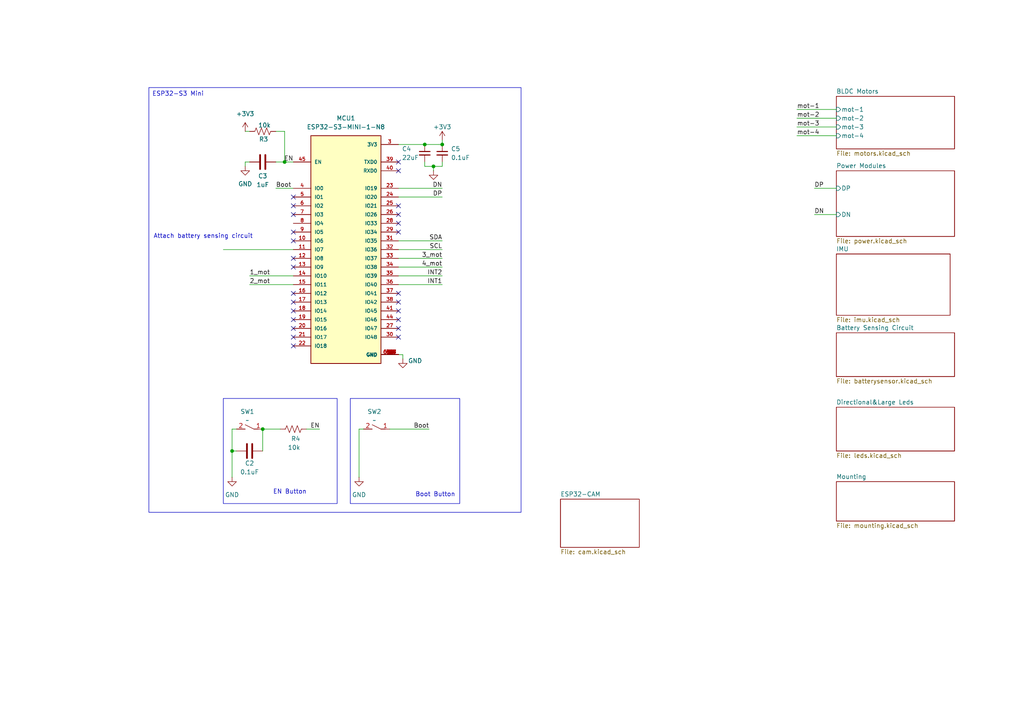
<source format=kicad_sch>
(kicad_sch (version 20231120) (generator "eeschema") (generator_version "8.0")
  (paper "A4")
  (lib_symbols
    (symbol "Device:C" (pin_numbers hide) (pin_names (offset 0.254))
      (property "Reference" "C" (at 0.635 2.54 0))
      (property "Value" "C" (at 0.635 -2.54 0))
      (symbol "C_0_1"
        (polyline (pts (xy -2.032 -0.762) (xy 2.032 -0.762)) (stroke (width 0.508)))
        (polyline (pts (xy -2.032 0.762) (xy 2.032 0.762)) (stroke (width 0.508)))
      )
      (symbol "C_1_1"
        (pin passive line (at 0 3.81 270) (length 2.794) (name "~") (number "1"))
        (pin passive line (at 0 -3.81 90) (length 2.794) (name "~") (number "2"))
      )
    )
    (symbol "Device:C_Small" (pin_numbers hide) (pin_names (offset 0.254) hide)
      (property "Reference" "C" (at 0.254 1.778 0))
      (property "Value" "C_Small" (at 0.254 -2.032 0))
      (symbol "C_Small_0_1"
        (polyline (pts (xy -1.524 -0.508) (xy 1.524 -0.508)) (stroke (width 0.3302)))
        (polyline (pts (xy -1.524 0.508) (xy 1.524 0.508)) (stroke (width 0.3048)))
      )
      (symbol "C_Small_1_1"
        (pin passive line (at 0 2.54 270) (length 2.032) (name "~") (number "1"))
        (pin passive line (at 0 -2.54 90) (length 2.032) (name "~") (number "2"))
      )
    )
    (symbol "Device:R_US" (pin_numbers hide) (pin_names (offset 0))
      (property "Reference" "R" (at 2.54 0 90))
      (property "Value" "R_US" (at -2.54 0 90))
      (symbol "R_US_0_1"
        (polyline (pts (xy 0 -2.286) (xy 0 -2.54)))
        (polyline (pts (xy 0 2.286) (xy 0 2.54)))
        (polyline (pts (xy 0 -0.762) (xy 1.016 -1.143) (xy 0 -1.524) (xy -1.016 -1.905) (xy 0 -2.286)))
        (polyline (pts (xy 0 0.762) (xy 1.016 0.381) (xy 0 0) (xy -1.016 -0.381) (xy 0 -0.762)))
        (polyline (pts (xy 0 2.286) (xy 1.016 1.905) (xy 0 1.524) (xy -1.016 1.143) (xy 0 0.762)))
      )
      (symbol "R_US_1_1"
        (pin passive line (at 0 3.81 270) (length 1.27) (name "~") (number "1"))
        (pin passive line (at 0 -3.81 90) (length 1.27) (name "~") (number "2"))
      )
    )
    (symbol "ESP32-S3-MINI-1-N8:ESP32-S3-MINI-1-N8" (pin_names (offset 1.016))
      (property "Reference" "U" (at -10.16 34.29 0))
      (property "Value" "ESP32-S3-MINI-1-N8" (at -10.16 -35.56 0))
      (symbol "ESP32-S3-MINI-1-N8_0_0"
        (rectangle (start -10.16 -33.02) (end 10.16 33.02) (stroke (width 0.254)) (fill (type background)))
        (pin power_in line (at 15.24 -30.48 180) (length 5.08) (name "GND") (number "1"))
        (pin bidirectional line (at -15.24 2.54 0) (length 5.08) (name "IO6") (number "10"))
        (pin bidirectional line (at -15.24 0 0) (length 5.08) (name "IO7") (number "11"))
        (pin bidirectional line (at -15.24 -2.54 0) (length 5.08) (name "IO8") (number "12"))
        (pin bidirectional line (at -15.24 -5.08 0) (length 5.08) (name "IO9") (number "13"))
        (pin bidirectional line (at -15.24 -7.62 0) (length 5.08) (name "IO10") (number "14"))
        (pin bidirectional line (at -15.24 -10.16 0) (length 5.08) (name "IO11") (number "15"))
        (pin bidirectional line (at -15.24 -12.7 0) (length 5.08) (name "IO12") (number "16"))
        (pin bidirectional line (at -15.24 -15.24 0) (length 5.08) (name "IO13") (number "17"))
        (pin bidirectional line (at -15.24 -17.78 0) (length 5.08) (name "IO14") (number "18"))
        (pin bidirectional line (at -15.24 -20.32 0) (length 5.08) (name "IO15") (number "19"))
        (pin power_in line (at 15.24 -30.48 180) (length 5.08) (name "GND") (number "2"))
        (pin bidirectional line (at -15.24 -22.86 0) (length 5.08) (name "IO16") (number "20"))
        (pin bidirectional line (at -15.24 -25.4 0) (length 5.08) (name "IO17") (number "21"))
        (pin bidirectional line (at -15.24 -27.94 0) (length 5.08) (name "IO18") (number "22"))
        (pin bidirectional line (at 15.24 17.78 180) (length 5.08) (name "IO19") (number "23"))
        (pin bidirectional line (at 15.24 15.24 180) (length 5.08) (name "IO20") (number "24"))
        (pin bidirectional line (at 15.24 12.7 180) (length 5.08) (name "IO21") (number "25"))
        (pin bidirectional line (at 15.24 10.16 180) (length 5.08) (name "IO26") (number "26"))
        (pin bidirectional line (at 15.24 -22.86 180) (length 5.08) (name "IO47") (number "27"))
        (pin bidirectional line (at 15.24 7.62 180) (length 5.08) (name "IO33") (number "28"))
        (pin bidirectional line (at 15.24 5.08 180) (length 5.08) (name "IO34") (number "29"))
        (pin power_in line (at 15.24 30.48 180) (length 5.08) (name "3V3") (number "3"))
        (pin bidirectional line (at 15.24 -25.4 180) (length 5.08) (name "IO48") (number "30"))
        (pin bidirectional line (at 15.24 2.54 180) (length 5.08) (name "IO35") (number "31"))
        (pin bidirectional line (at 15.24 0 180) (length 5.08) (name "IO36") (number "32"))
        (pin bidirectional line (at 15.24 -2.54 180) (length 5.08) (name "IO37") (number "33"))
        (pin bidirectional line (at 15.24 -5.08 180) (length 5.08) (name "IO38") (number "34"))
        (pin bidirectional line (at 15.24 -7.62 180) (length 5.08) (name "IO39") (number "35"))
        (pin bidirectional line (at 15.24 -10.16 180) (length 5.08) (name "IO40") (number "36"))
        (pin bidirectional line (at 15.24 -12.7 180) (length 5.08) (name "IO41") (number "37"))
        (pin bidirectional line (at 15.24 -15.24 180) (length 5.08) (name "IO42") (number "38"))
        (pin bidirectional line (at 15.24 25.4 180) (length 5.08) (name "TXD0") (number "39"))
        (pin bidirectional line (at -15.24 17.78 0) (length 5.08) (name "IO0") (number "4"))
        (pin bidirectional line (at 15.24 22.86 180) (length 5.08) (name "RXD0") (number "40"))
        (pin bidirectional line (at 15.24 -17.78 180) (length 5.08) (name "IO45") (number "41"))
        (pin power_in line (at 15.24 -30.48 180) (length 5.08) (name "GND") (number "42"))
        (pin power_in line (at 15.24 -30.48 180) (length 5.08) (name "GND") (number "43"))
        (pin bidirectional line (at 15.24 -20.32 180) (length 5.08) (name "IO46") (number "44"))
        (pin input line (at -15.24 25.4 0) (length 5.08) (name "EN") (number "45"))
        (pin power_in line (at 15.24 -30.48 180) (length 5.08) (name "GND") (number "46"))
        (pin power_in line (at 15.24 -30.48 180) (length 5.08) (name "GND") (number "47"))
        (pin power_in line (at 15.24 -30.48 180) (length 5.08) (name "GND") (number "48"))
        (pin power_in line (at 15.24 -30.48 180) (length 5.08) (name "GND") (number "49"))
        (pin bidirectional line (at -15.24 15.24 0) (length 5.08) (name "IO1") (number "5"))
        (pin power_in line (at 15.24 -30.48 180) (length 5.08) (name "GND") (number "50"))
        (pin power_in line (at 15.24 -30.48 180) (length 5.08) (name "GND") (number "51"))
        (pin power_in line (at 15.24 -30.48 180) (length 5.08) (name "GND") (number "52"))
        (pin power_in line (at 15.24 -30.48 180) (length 5.08) (name "GND") (number "53"))
        (pin power_in line (at 15.24 -30.48 180) (length 5.08) (name "GND") (number "54"))
        (pin power_in line (at 15.24 -30.48 180) (length 5.08) (name "GND") (number "55"))
        (pin power_in line (at 15.24 -30.48 180) (length 5.08) (name "GND") (number "56"))
        (pin power_in line (at 15.24 -30.48 180) (length 5.08) (name "GND") (number "57"))
        (pin power_in line (at 15.24 -30.48 180) (length 5.08) (name "GND") (number "58"))
        (pin power_in line (at 15.24 -30.48 180) (length 5.08) (name "GND") (number "59"))
        (pin bidirectional line (at -15.24 12.7 0) (length 5.08) (name "IO2") (number "6"))
        (pin power_in line (at 15.24 -30.48 180) (length 5.08) (name "GND") (number "60"))
        (pin power_in line (at 15.24 -30.48 180) (length 5.08) (name "GND") (number "61"))
        (pin power_in line (at 15.24 -30.48 180) (length 5.08) (name "GND") (number "61_1"))
        (pin power_in line (at 15.24 -30.48 180) (length 5.08) (name "GND") (number "61_2"))
        (pin power_in line (at 15.24 -30.48 180) (length 5.08) (name "GND") (number "61_3"))
        (pin power_in line (at 15.24 -30.48 180) (length 5.08) (name "GND") (number "61_4"))
        (pin power_in line (at 15.24 -30.48 180) (length 5.08) (name "GND") (number "61_5"))
        (pin power_in line (at 15.24 -30.48 180) (length 5.08) (name "GND") (number "61_6"))
        (pin power_in line (at 15.24 -30.48 180) (length 5.08) (name "GND") (number "61_7"))
        (pin power_in line (at 15.24 -30.48 180) (length 5.08) (name "GND") (number "61_8"))
        (pin power_in line (at 15.24 -30.48 180) (length 5.08) (name "GND") (number "62"))
        (pin power_in line (at 15.24 -30.48 180) (length 5.08) (name "GND") (number "63"))
        (pin power_in line (at 15.24 -30.48 180) (length 5.08) (name "GND") (number "64"))
        (pin power_in line (at 15.24 -30.48 180) (length 5.08) (name "GND") (number "65"))
        (pin bidirectional line (at -15.24 10.16 0) (length 5.08) (name "IO3") (number "7"))
        (pin bidirectional line (at -15.24 7.62 0) (length 5.08) (name "IO4") (number "8"))
        (pin bidirectional line (at -15.24 5.08 0) (length 5.08) (name "IO5") (number "9"))
      )
    )
    (symbol "custom:rockerSwitch"
      (property "Reference" "SW" (at 0.254 4.318 0))
      (symbol "rockerSwitch_0_1"
        (polyline (pts (xy 0 1.27) (xy -2.54 1.27)))
        (polyline (pts (xy 3.81 1.27) (xy 2.54 1.27) (xy 0 2.54)))
      )
      (symbol "rockerSwitch_1_1"
        (pin power_in line (at 5.08 1.27 180) (length 2.54) (name "") (number "1"))
        (pin power_out line (at -2.54 1.27 0) (length 2.54) (name "") (number "2"))
      )
    )
    (symbol "power:+3V3" (power) (pin_numbers hide) (pin_names (offset 0) hide)
      (property "Value" "+3V3" (at 0 3.556 0))
      (symbol "+3V3_0_1"
        (polyline (pts (xy -0.762 1.27) (xy 0 2.54)))
        (polyline (pts (xy 0 0) (xy 0 2.54)))
        (polyline (pts (xy 0 2.54) (xy 0.762 1.27)))
      )
      (symbol "+3V3_1_1"
        (pin power_in line (at 0 0 90) (length 0) (name "~") (number "1"))
      )
    )
    (symbol "power:GND" (power) (pin_numbers hide) (pin_names (offset 0) hide)
      (property "Value" "GND" (at 0 -3.81 0))
      (symbol "GND_0_1"
        (polyline (pts (xy 0 0) (xy 0 -1.27) (xy 1.27 -1.27) (xy 0 -2.54) (xy -1.27 -1.27) (xy 0 -1.27)))
      )
      (symbol "GND_1_1"
        (pin power_in line (at 0 0 270) (length 0) (name "~") (number "1"))
      )
    )
  )
  (junction (at 123.19 41.91))
  (junction (at 128.27 41.91))
  (junction (at 67.31 130.81))
  (junction (at 82.55 46.99))
  (junction (at 76.2 124.46))
  (junction (at 125.73 48.26))
  (no_connect (at 85.09 74.93))
  (no_connect (at 85.09 97.79))
  (no_connect (at 85.09 92.71))
  (no_connect (at 85.09 100.33))
  (no_connect (at 115.57 67.31))
  (no_connect (at 85.09 69.85))
  (no_connect (at 115.57 64.77))
  (no_connect (at 115.57 97.79))
  (no_connect (at 115.57 87.63))
  (no_connect (at 115.57 85.09))
  (no_connect (at 85.09 67.31))
  (no_connect (at 85.09 87.63))
  (no_connect (at 115.57 59.69))
  (no_connect (at 115.57 92.71))
  (no_connect (at 85.09 95.25))
  (no_connect (at 115.57 49.53))
  (no_connect (at 115.57 90.17))
  (no_connect (at 115.57 95.25))
  (no_connect (at 85.09 90.17))
  (no_connect (at 115.57 46.99))
  (no_connect (at 85.09 59.69))
  (no_connect (at 85.09 77.47))
  (no_connect (at 85.09 57.15))
  (no_connect (at 115.57 62.23))
  (no_connect (at 85.09 85.09))
  (no_connect (at 85.09 62.23))
  (wire (pts (xy 104.14 124.46) (xy 105.41 124.46)))
  (wire (pts (xy 82.55 38.1) (xy 82.55 46.99)))
  (wire (pts (xy 128.27 40.64) (xy 128.27 41.91)))
  (wire (pts (xy 71.12 46.99) (xy 71.12 48.26)))
  (wire (pts (xy 82.55 46.99) (xy 85.09 46.99)))
  (wire (pts (xy 231.14 36.83) (xy 242.57 36.83)))
  (wire (pts (xy 242.57 62.23) (xy 236.22 62.23)))
  (wire (pts (xy 123.19 41.91) (xy 128.27 41.91)))
  (wire (pts (xy 88.9 124.46) (xy 92.71 124.46)))
  (wire (pts (xy 76.2 124.46) (xy 76.2 130.81)))
  (wire (pts (xy 85.09 80.01) (xy 72.39 80.01)))
  (wire (pts (xy 116.84 102.87) (xy 116.84 104.14)))
  (wire (pts (xy 236.22 54.61) (xy 242.57 54.61)))
  (wire (pts (xy 115.57 74.93) (xy 128.27 74.93)))
  (wire (pts (xy 67.31 124.46) (xy 68.58 124.46)))
  (wire (pts (xy 115.57 77.47) (xy 128.27 77.47)))
  (wire (pts (xy 115.57 41.91) (xy 123.19 41.91)))
  (wire (pts (xy 123.19 48.26) (xy 123.19 46.99)))
  (wire (pts (xy 76.2 124.46) (xy 81.28 124.46)))
  (wire (pts (xy 115.57 54.61) (xy 128.27 54.61)))
  (wire (pts (xy 104.14 124.46) (xy 104.14 138.43)))
  (wire (pts (xy 67.31 130.81) (xy 68.58 130.81)))
  (wire (pts (xy 72.39 46.99) (xy 71.12 46.99)))
  (wire (pts (xy 115.57 102.87) (xy 116.84 102.87)))
  (wire (pts (xy 80.01 54.61) (xy 85.09 54.61)))
  (wire (pts (xy 115.57 80.01) (xy 128.27 80.01)))
  (wire (pts (xy 67.31 124.46) (xy 67.31 130.81)))
  (wire (pts (xy 80.01 38.1) (xy 82.55 38.1)))
  (wire (pts (xy 113.03 124.46) (xy 124.46 124.46)))
  (wire (pts (xy 115.57 72.39) (xy 128.27 72.39)))
  (wire (pts (xy 115.57 69.85) (xy 128.27 69.85)))
  (wire (pts (xy 125.73 49.53) (xy 125.73 48.26)))
  (wire (pts (xy 128.27 48.26) (xy 128.27 46.99)))
  (wire (pts (xy 72.39 38.1) (xy 71.12 38.1)))
  (wire (pts (xy 115.57 57.15) (xy 128.27 57.15)))
  (wire (pts (xy 125.73 48.26) (xy 128.27 48.26)))
  (wire (pts (xy 80.01 46.99) (xy 82.55 46.99)))
  (wire (pts (xy 115.57 82.55) (xy 128.27 82.55)))
  (wire (pts (xy 64.77 72.39) (xy 85.09 72.39)))
  (wire (pts (xy 123.19 48.26) (xy 125.73 48.26)))
  (wire (pts (xy 231.14 39.37) (xy 242.57 39.37)))
  (wire (pts (xy 231.14 34.29) (xy 242.57 34.29)))
  (wire (pts (xy 67.31 130.81) (xy 67.31 138.43)))
  (wire (pts (xy 85.09 82.55) (xy 72.39 82.55)))
  (wire (pts (xy 231.14 31.75) (xy 242.57 31.75)))
  (rectangle (start 101.6 115.57) (end 133.35 146.05))
  (rectangle (start 64.77 115.57) (end 97.79 146.05))
  (text_box "ESP32-S3 Mini\n" (at 43.18 25.4 0) (size 107.95 123.19) (effects (font (size 1.27 1.27)) (justify left top)))
  (text "Boot Button \n" (at 126.746 143.51 0) (effects (font (size 1.27 1.27))))
  (text "EN Button\n" (at 84.074 142.748 0) (effects (font (size 1.27 1.27))))
  (text "Attach battery sensing circuit\n" (at 58.928 68.58 0) (effects (font (size 1.27 1.27))))
  (label "Boot" (at 124.46 124.46 180))
  (label "2_mot" (at 72.39 82.55 0))
  (label "mot-3" (at 231.14 36.83 0))
  (label "mot-4" (at 231.14 39.37 0))
  (label "4_mot" (at 128.27 77.47 180))
  (label "Boot" (at 80.01 54.61 0))
  (label "SDA" (at 128.27 69.85 180))
  (label "mot-2" (at 231.14 34.29 0))
  (label "DP" (at 236.22 54.61 0))
  (label "EN" (at 85.09 46.99 180))
  (label "3_mot" (at 128.27 74.93 180))
  (label "DN" (at 236.22 62.23 0))
  (label "DN" (at 128.27 54.61 180))
  (label "INT2" (at 128.27 80.01 180))
  (label "mot-1" (at 231.14 31.75 0))
  (label "INT1" (at 128.27 82.55 180))
  (label "EN" (at 92.71 124.46 180))
  (label "DP" (at 128.27 57.15 180))
  (label "1_mot" (at 72.39 80.01 0))
  (label "SCL" (at 128.27 72.39 180))
  (symbol (lib_id "Device:C_Small") (at 128.27 44.45 0) (unit 1)
    (property "Reference" "C5" (at 130.81 43.18 0) (effects (justify left)))
    (property "Value" "0.1uF" (at 130.81 45.72 0) (effects (justify left)))
    (property "Footprint" "Capacitor_SMD:C_0805_2012Metric" (effects (hide yes)))
    (property "MANUFACTURER" " 581-KAM21KR72A104KU " (effects (hide yes)))
  )
  (symbol (lib_id "custom:rockerSwitch") (at 107.95 125.73 0) (unit 1)
    (property "Reference" "SW2" (at 108.585 119.38 0))
    (property "Value" "~" (at 108.585 121.92 0))
    (property "Footprint" "customFootprints:rockerSwitch-434133025816" (effects (hide yes)))
    (property "MANUFACTURER" "434133025816 " (effects (hide yes)))
  )
  (symbol (lib_id "power:+3V3") (at 71.12 38.1 0) (unit 1)
    (property "Reference" "#PWR04" (effects (hide yes)))
    (property "Value" "+3V3" (at 71.12 33.02 0))
    (property "Description" "Power symbol creates a global label with name \"+3V3\"" (effects (hide yes)))
  )
  (symbol (lib_id "Device:R_US") (at 76.2 38.1 90) (unit 1)
    (property "Reference" "R3" (at 76.454 40.386 90))
    (property "Value" "10k" (at 76.708 36.322 90))
    (property "Footprint" "Resistor_SMD:R_0805_2012Metric" (effects (hide yes)))
    (property "Description" "Resistor, US symbol" (effects (hide yes)))
    (property "MANUFACTURER" " 667-ERA-6APB103V " (effects (hide yes)))
  )
  (symbol (lib_id "power:GND") (at 71.12 48.26 0) (unit 1)
    (property "Reference" "#PWR05" (effects (hide yes)))
    (property "Value" "GND" (at 71.12 53.34 0))
    (property "Description" "Power symbol creates a global label with name \"GND\" , ground" (effects (hide yes)))
  )
  (symbol (lib_id "power:GND") (at 125.73 49.53 0) (unit 1)
    (property "Reference" "#PWR08" (effects (hide yes)))
    (property "Value" "GND" (effects (hide yes)))
  )
  (symbol (lib_id "Device:C") (at 76.2 46.99 90) (unit 1)
    (property "Reference" "C3" (at 76.2 51.054 90))
    (property "Value" "1uF" (at 76.2 53.594 90))
    (property "Footprint" "Capacitor_SMD:C_0805_2012Metric" (effects (hide yes)))
    (property "Description" "Unpolarized capacitor" (effects (hide yes)))
    (property "MANUFACTURER" " 581-KAF21KR71E105KU " (effects (hide yes)))
  )
  (symbol (lib_id "ESP32-S3-MINI-1-N8:ESP32-S3-MINI-1-N8") (at 100.33 72.39 0) (unit 1)
    (property "Reference" "MCU1" (at 100.33 34.29 0))
    (property "Value" "ESP32-S3-MINI-1-N8" (at 100.33 36.83 0))
    (property "Footprint" "esp32s3mini:XCVR_ESP32-S3-MINI-1-N8" (effects (hide yes)))
    (property "MF" "Espressif Systems" (effects (hide yes)))
    (property "MAXIMUM_PACKAGE_HEIGHT" "2.55mm" (effects (hide yes)))
    (property "Package" "None" (effects (hide yes)))
    (property "Price" "None" (effects (hide yes)))
    (property "Check_prices" "https://www.snapeda.com/parts/ESP32-S3-MINI-1-N8/Espressif+Systems/view-part/?ref=eda" (effects (hide yes)))
    (property "STANDARD" "Manufacturer Recommendations" (effects (hide yes)))
    (property "PARTREV" "v0.6" (effects (hide yes)))
    (property "SnapEDA_Link" "https://www.snapeda.com/parts/ESP32-S3-MINI-1-N8/Espressif+Systems/view-part/?ref=snap" (effects (hide yes)))
    (property "MP" "ESP32-S3-MINI-1-N8" (effects (hide yes)))
    (property "Purchase-URL" "https://www.snapeda.com/api/url_track_click_mouser/?unipart_id=8941370&manufacturer=Espressif Systems&part_name=ESP32-S3-MINI-1-N8&search_term=esp32-s3-mini-1-n8" (effects (hide yes)))
    (property "Description_1" "\nBluetooth, WiFi 802.11b/g/n, Bluetooth v5.0 Transceiver Module 2.4GHz PCB Trace Surface Mount\n" (effects (hide yes)))
    (property "Availability" "In Stock" (effects (hide yes)))
    (property "MANUFACTURER" " ESP32-S3-MINI-1-N8 " (effects (hide yes)))
  )
  (symbol (lib_id "custom:rockerSwitch") (at 71.12 125.73 0) (unit 1)
    (property "Reference" "SW1" (at 71.755 119.38 0))
    (property "Value" "~" (at 71.755 121.92 0))
    (property "Footprint" "customFootprints:rockerSwitch-434133025816" (effects (hide yes)))
    (property "MANUFACTURER" "434133025816 " (effects (hide yes)))
  )
  (symbol (lib_id "Device:C_Small") (at 123.19 44.45 0) (unit 1)
    (property "Reference" "C4" (at 116.586 43.18 0) (effects (justify left)))
    (property "Value" "22uF" (at 116.586 45.72 0) (effects (justify left)))
    (property "Footprint" "Capacitor_SMD:C_0805_2012Metric" (effects (hide yes)))
    (property "MANUFACTURER" " 581-KAF21KR72A104KL " (effects (hide yes)))
  )
  (symbol (lib_id "power:GND") (at 67.31 138.43 0) (unit 1)
    (property "Reference" "#PWR03" (effects (hide yes)))
    (property "Value" "GND" (at 67.31 143.51 0))
    (property "Description" "Power symbol creates a global label with name \"GND\" , ground" (effects (hide yes)))
  )
  (symbol (lib_id "power:GND") (at 104.14 138.43 0) (unit 1)
    (property "Reference" "#PWR06" (effects (hide yes)))
    (property "Value" "GND" (at 104.14 143.51 0))
    (property "Description" "Power symbol creates a global label with name \"GND\" , ground" (effects (hide yes)))
  )
  (symbol (lib_id "Device:C") (at 72.39 130.81 90) (unit 1)
    (property "Reference" "C2" (at 72.39 134.366 90))
    (property "Value" "0.1uF" (at 72.39 136.906 90))
    (property "Footprint" "Capacitor_SMD:C_0805_2012Metric" (effects (hide yes)))
    (property "Description" "Unpolarized capacitor" (effects (hide yes)))
    (property "MANUFACTURER" " 581-KAM21KR72A104KU " (effects (hide yes)))
  )
  (symbol (lib_id "power:+3V3") (at 128.27 40.64 0) (unit 1)
    (property "Reference" "#PWR09" (effects (hide yes)))
    (property "Value" "+3V3" (at 128.27 36.83 0))
  )
  (symbol (lib_id "power:GND") (at 116.84 104.14 0) (unit 1)
    (property "Reference" "#PWR07" (effects (hide yes)))
    (property "Value" "GND" (at 120.396 104.648 0))
    (property "Description" "Power symbol creates a global label with name \"GND\" , ground" (effects (hide yes)))
  )
  (symbol (lib_id "Device:R_US") (at 85.09 124.46 90) (unit 1)
    (property "Reference" "R4" (at 87.122 127.254 90) (effects (justify left)))
    (property "Value" "10k" (at 87.122 129.794 90) (effects (justify left)))
    (property "Footprint" "Resistor_SMD:R_0805_2012Metric" (effects (hide yes)))
    (property "Description" "Resistor, US symbol" (effects (hide yes)))
    (property "MANUFACTURER" " 667-ERA-6APB103V " (effects (hide yes)))
  )
  (sheet (at 242.57 118.11) (size 34.29 12.7) (stroke (width 0.1524))
    (property "Sheetname" "Directional&Large Leds" (at 242.57 117.3984 0) (effects (justify left bottom)))
    (property "Sheetfile" "leds.kicad_sch" (at 242.57 131.3946 0) (effects (justify left top)))
  )
  (sheet (at 242.57 73.66) (size 33.02 17.78) (stroke (width 0.1524))
    (property "Sheetname" "IMU" (at 242.57 72.9484 0) (effects (justify left bottom)))
    (property "Sheetfile" "imu.kicad_sch" (at 242.57 92.0246 0) (effects (justify left top)))
  )
  (sheet (at 242.57 96.52) (size 34.29 12.7) (stroke (width 0.1524))
    (property "Sheetname" "Battery Sensing Circuit" (at 242.57 95.8084 0) (effects (justify left bottom)))
    (property "Sheetfile" "batterysensor.kicad_sch" (at 242.57 109.8046 0) (effects (justify left top)))
  )
  (sheet (at 242.57 49.53) (size 34.29 19.05) (stroke (width 0.1524))
    (property "Sheetname" "Power Modules" (at 242.57 48.8184 0) (effects (justify left bottom)))
    (property "Sheetfile" "power.kicad_sch" (at 242.57 69.1646 0) (effects (justify left top)))
    (pin "DP" input (at 242.57 54.61 180))
    (pin "DN" input (at 242.57 62.23 180))
  )
  (sheet (at 242.57 27.94) (size 34.29 15.24) (stroke (width 0.1524))
    (property "Sheetname" "BLDC Motors" (at 242.57 27.2284 0) (effects (justify left bottom)))
    (property "Sheetfile" "motors.kicad_sch" (at 242.57 43.7646 0) (effects (justify left top)))
    (pin "mot-3" input (at 242.57 36.83 180))
    (pin "mot-1" input (at 242.57 31.75 180))
    (pin "mot-2" input (at 242.57 34.29 180))
    (pin "mot-4" input (at 242.57 39.37 180))
  )
  (sheet (at 162.56 144.78) (size 22.86 13.97) (stroke (width 0.1524))
    (property "Sheetname" "ESP32-CAM" (at 162.56 144.0684 0) (effects (justify left bottom)))
    (property "Sheetfile" "cam.kicad_sch" (at 162.56 159.3346 0) (effects (justify left top)))
  )
  (sheet (at 242.57 139.7) (size 34.29 11.43) (stroke (width 0.1524))
    (property "Sheetname" "Mounting" (at 242.57 138.9884 0) (effects (justify left bottom)))
    (property "Sheetfile" "mounting.kicad_sch" (at 242.57 151.7146 0) (effects (justify left top)))
  )
)
</source>
